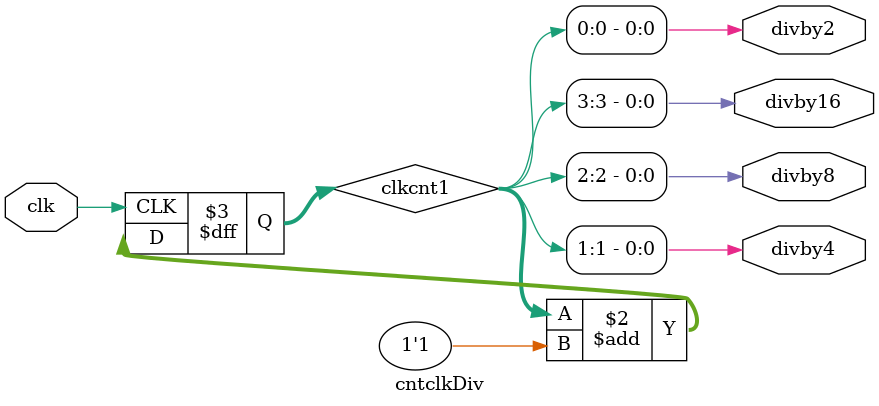
<source format=v>
module cntclkDiv(clk,divby2,divby4,divby8,divby16);
input clk;
output divby2;
output divby4;
output divby8;
output divby16;
reg [3:0]clkcnt1;
always@(posedge clk) 
begin                              
    clkcnt1 <= clkcnt1 +1'b1;                                  
end
assign divby2 =  clkcnt1[0];
assign divby4 =  clkcnt1[1];
assign divby8 =  clkcnt1[2];
assign divby16 =  clkcnt1[3];
endmodule
</source>
